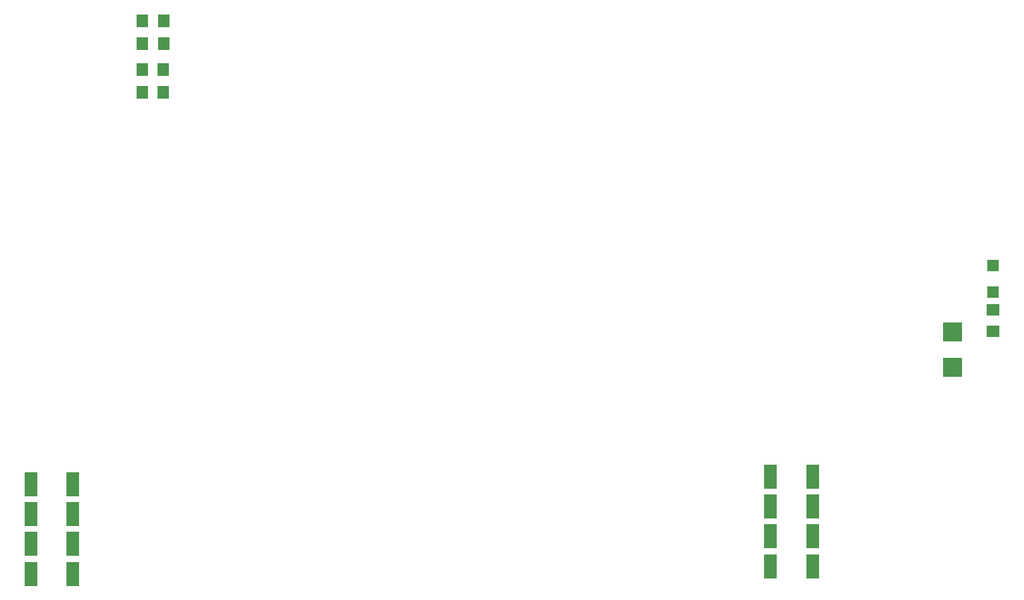
<source format=gbr>
G04 EAGLE Gerber RS-274X export*
G75*
%MOMM*%
%FSLAX34Y34*%
%LPD*%
%INSolderpaste Top*%
%IPPOS*%
%AMOC8*
5,1,8,0,0,1.08239X$1,22.5*%
G01*
%ADD10R,1.600000X1.803000*%
%ADD11R,1.600000X1.800000*%
%ADD12R,2.540000X2.540000*%
%ADD13R,1.803000X1.600000*%
%ADD14R,1.500000X1.500000*%
%ADD15R,1.800000X3.200000*%


D10*
X589220Y810000D03*
X560780Y810000D03*
X589220Y780000D03*
X560780Y780000D03*
D11*
X561000Y745000D03*
X589000Y745000D03*
X561000Y715000D03*
X589000Y715000D03*
D12*
X1645000Y346505D03*
X1645000Y393495D03*
D13*
X1700000Y394780D03*
X1700000Y423220D03*
D14*
X1700000Y482500D03*
X1700000Y447500D03*
D15*
X1458000Y80000D03*
X1402000Y80000D03*
X1458000Y120000D03*
X1402000Y120000D03*
X1458000Y160000D03*
X1402000Y160000D03*
X1458000Y200000D03*
X1402000Y200000D03*
X468000Y70000D03*
X412000Y70000D03*
X468000Y110000D03*
X412000Y110000D03*
X468000Y150000D03*
X412000Y150000D03*
X468000Y190000D03*
X412000Y190000D03*
M02*

</source>
